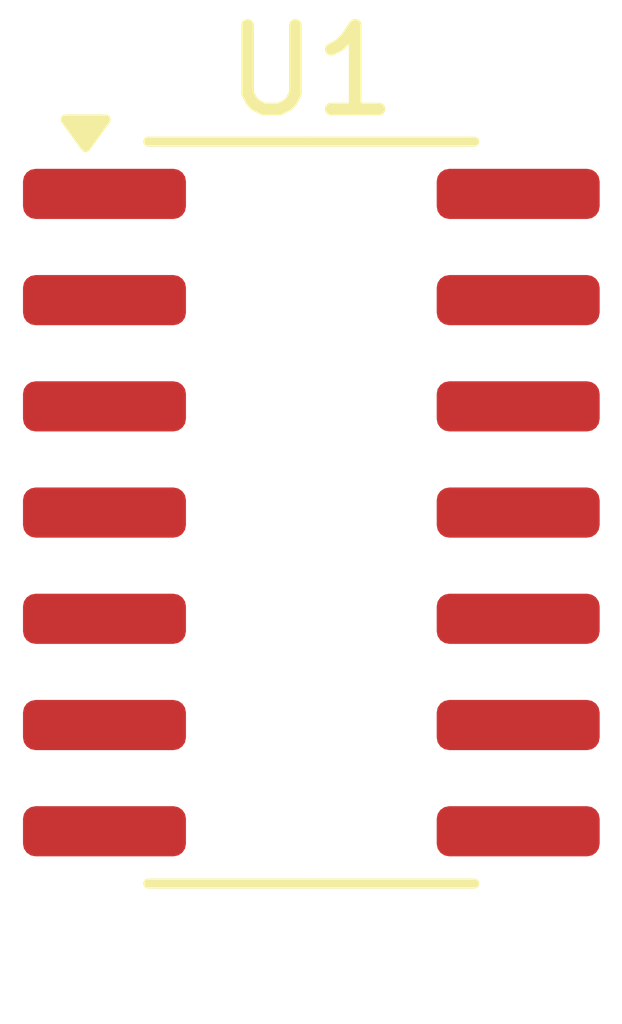
<source format=kicad_pcb>
(kicad_pcb (version 20240108) (generator "pcbnew") (generator_version "8.0")
  (layers (0 "F.Cu" signal) (31 "B.Cu" signal) (34 "B.Paste" user) (35 "F.Paste" user) (36 "B.SilkS" user "B.Silkscreen") (37 "F.SilkS" user "F.Silkscreen") (38 "B.Mask" user) (39 "F.Mask" user) (44 "Edge.Cuts" user))
  (net 0 "")
  (footprint "Package_SO:SOIC-14_3.9x8.7mm_P1.27mm" (layer "F.Cu") (at 170.025 50.69)
    (property "Reference" "U1" (at 0 -5.28 0) (layer "F.SilkS"))
    (property "Value" "MCP6004")
    (fp_line (start 0 -4.435) (end -1.95 -4.435) (stroke (width 0.12)) (layer "F.SilkS"))
    (fp_line (start 0 -4.435) (end 1.95 -4.435) (stroke (width 0.12)) (layer "F.SilkS"))
    (fp_line (start 0 4.435) (end -1.95 4.435) (stroke (width 0.12)) (layer "F.SilkS"))
    (fp_line (start 0 4.435) (end 1.95 4.435) (stroke (width 0.12)) (layer "F.SilkS"))
    (fp_poly (pts (xy -2.7 -4.37) (xy -2.94 -4.7) (xy -2.46 -4.7) (xy -2.7 -4.37)) (stroke (width 0.12)) (fill solid) (layer "F.SilkS"))
    (pad "1" smd roundrect (at -2.475 -3.81) (size 1.95 0.6) (layers "F.Cu" "F.Paste" "F.Mask"))
    (pad "2" smd roundrect (at -2.475 -2.54) (size 1.95 0.6) (layers "F.Cu" "F.Paste" "F.Mask"))
    (pad "3" smd roundrect (at -2.475 -1.27) (size 1.95 0.6) (layers "F.Cu" "F.Paste" "F.Mask"))
    (pad "4" smd roundrect (at -2.475 0) (size 1.95 0.6) (layers "F.Cu" "F.Paste" "F.Mask"))
    (pad "5" smd roundrect (at -2.475 1.27) (size 1.95 0.6) (layers "F.Cu" "F.Paste" "F.Mask"))
    (pad "6" smd roundrect (at -2.475 2.54) (size 1.95 0.6) (layers "F.Cu" "F.Paste" "F.Mask"))
    (pad "7" smd roundrect (at -2.475 3.81) (size 1.95 0.6) (layers "F.Cu" "F.Paste" "F.Mask"))
    (pad "8" smd roundrect (at 2.475 3.81) (size 1.95 0.6) (layers "F.Cu" "F.Paste" "F.Mask"))
    (pad "9" smd roundrect (at 2.475 2.54) (size 1.95 0.6) (layers "F.Cu" "F.Paste" "F.Mask"))
    (pad "10" smd roundrect (at 2.475 1.27) (size 1.95 0.6) (layers "F.Cu" "F.Paste" "F.Mask"))
    (pad "11" smd roundrect (at 2.475 0) (size 1.95 0.6) (layers "F.Cu" "F.Paste" "F.Mask"))
    (pad "12" smd roundrect (at 2.475 -1.27) (size 1.95 0.6) (layers "F.Cu" "F.Paste" "F.Mask"))
    (pad "13" smd roundrect (at 2.475 -2.54) (size 1.95 0.6) (layers "F.Cu" "F.Paste" "F.Mask"))
    (pad "14" smd roundrect (at 2.475 -3.81) (size 1.95 0.6) (layers "F.Cu" "F.Paste" "F.Mask"))
  )
)
</source>
